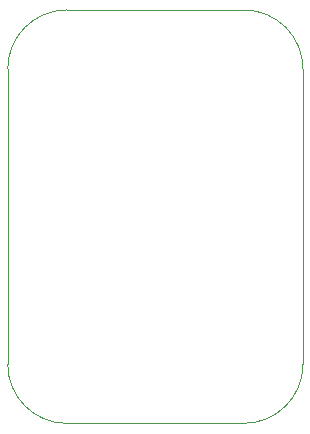
<source format=gbr>
G04 #@! TF.GenerationSoftware,KiCad,Pcbnew,5.1.5-52549c5~84~ubuntu19.10.1*
G04 #@! TF.CreationDate,2020-03-01T16:10:10+02:00*
G04 #@! TF.ProjectId,PIC-ICSP-TC2030,5049432d-4943-4535-902d-544332303330,v1.0*
G04 #@! TF.SameCoordinates,Original*
G04 #@! TF.FileFunction,Profile,NP*
%FSLAX46Y46*%
G04 Gerber Fmt 4.6, Leading zero omitted, Abs format (unit mm)*
G04 Created by KiCad (PCBNEW 5.1.5-52549c5~84~ubuntu19.10.1) date 2020-03-01 16:10:10*
%MOMM*%
%LPD*%
G04 APERTURE LIST*
%ADD10C,0.050000*%
G04 APERTURE END LIST*
D10*
X70000000Y-50000000D02*
G75*
G02X75000000Y-55000000I0J-5000000D01*
G01*
X75000000Y-80000000D02*
G75*
G02X70000000Y-85000000I-5000000J0D01*
G01*
X55000000Y-85000000D02*
G75*
G02X50000000Y-80000000I0J5000000D01*
G01*
X50000000Y-55000000D02*
G75*
G02X55000000Y-50000000I5000000J0D01*
G01*
X70000000Y-50000000D02*
X55000000Y-50000000D01*
X75000000Y-80000000D02*
X75000000Y-55000000D01*
X55000000Y-85000000D02*
X70000000Y-85000000D01*
X50000000Y-55000000D02*
X50000000Y-80000000D01*
M02*

</source>
